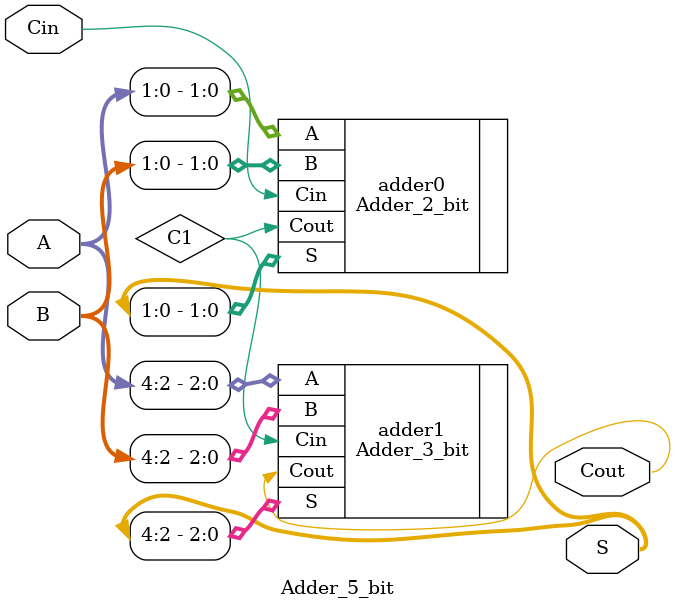
<source format=v>
module Adder_5_bit (
    input wire [4:0] A, B,   // 5-bit inputs
    input wire Cin,          // Carry-in for the least significant bit
    output wire [4:0] S,     // 5-bit sum output
    output wire Cout         // Carry-out from the most significant bit
);

    wire C1;                 // Intermediate carry between the 2-bit and 3-bit adders

    // 2-bit adder for the least significant bits
    Adder_2_bit adder0 (
        .A(A[1:0]),
        .B(B[1:0]),
        .Cin(Cin),
        .S(S[1:0]),
        .Cout(C1)
    );

    // 3-bit adder for the remaining bits
    Adder_3_bit adder1 (
        .A(A[4:2]),
        .B(B[4:2]),
        .Cin(C1),
        .S(S[4:2]),
        .Cout(Cout)
    );

endmodule

</source>
